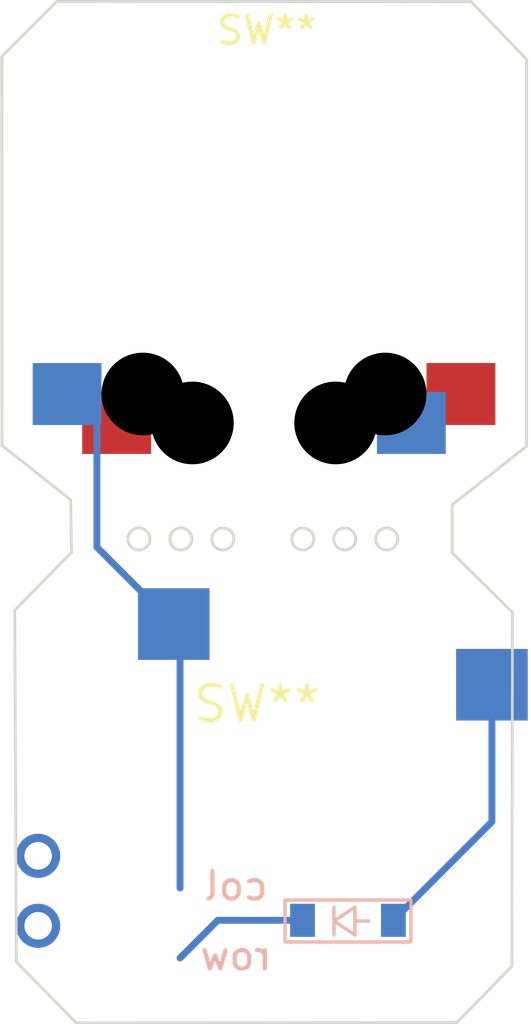
<source format=kicad_pcb>
(kicad_pcb (version 20211014) (generator pcbnew)
  (layers (0 "F.Cu" signal) (31 "B.Cu" signal) (34 "B.Paste" user) (35 "F.Paste" user) (36 "B.SilkS" user "B.Silkscreen") (37 "F.SilkS" user "F.Silkscreen") (38 "B.Mask" user) (39 "F.Mask" user) (44 "Edge.Cuts" user))
  (net 0 "")
  (footprint "mylib:Kailh_Choc_Hotplug_standalone" (layer "F.Cu") (at 113 86)
    (fp_text reference "SW**" (at -0.254 -3.048) (layer "F.SilkS") (effects (font (size 1.27 1.27))))
    (fp_text value "Val**" hide)
    (fp_text user "row" (at -1.016 6.096 unlocked) (layer "B.SilkS") (effects (justify mirror)))
    (fp_text user "col" (at -1.016 3.556 unlocked) (layer "B.SilkS") (effects (justify mirror)))
    (fp_line (start 3.302 4.318) (end 3.302 5.334) (layer "B.SilkS") (width 0.12))
    (fp_line (start 2.54 4.826) (end 3.302 4.318) (layer "B.SilkS") (width 0.12))
    (fp_line (start 2.54 4.318) (end 2.54 5.334) (layer "B.SilkS") (width 0.12))
    (fp_line (start 3.302 4.826) (end 3.81 4.826) (layer "B.SilkS") (width 0.12))
    (fp_line (start 3.302 5.334) (end 2.54 4.826) (layer "B.SilkS") (width 0.12))
    (fp_rect (start 0.762 4.064) (end 5.334 5.588) (layer "B.SilkS") (width 0.12) (fill none))
    (pad "" np_thru_hole circle (at 5 -3.75 30) (size 3 3) (drill 3) (layers *.Cu *.Mask))
    (pad "" np_thru_hole circle (at -5.5 0 30) (size 1.7018 1.7018) (drill 1.7018) (layers *.Cu *.Mask))
    (pad "" np_thru_hole circle (at 0 -5.95 30) (size 3 3) (drill 3) (layers *.Cu *.Mask))
    (pad "" np_thru_hole circle (at 0 0 30) (size 3.429 3.429) (drill 3.429) (layers *.Cu *.Mask))
    (pad "" smd rect (at 1.398 4.8) (size 0.9 1.2) (layers "B.Cu" "B.Mask"))
    (pad "" smd rect (at 4.698 4.8) (size 0.9 1.2) (layers "B.Cu" "B.Mask"))
    (pad "" np_thru_hole circle (at 5.5 0 30) (size 1.7018 1.7018) (drill 1.7018) (layers *.Cu *.Mask))
    (pad "" np_thru_hole circle (at 0 -5.95 30) (size 3 3) (drill 3) (layers *.Cu *.Mask))
    (pad "1" smd rect (at -3.275 -5.95) (size 2.6 2.6) (layers "B.Cu" "B.Mask"))
    (pad "1" thru_hole circle (at -8.2 2.46) (size 1.6 1.6) (drill 1) (layers *.Cu *.Mask))
    (pad "2" smd rect (at 8.275 -3.75) (size 2.6 2.6) (layers "B.Cu" "B.Mask"))
    (pad "2" thru_hole circle (at -8.2 5) (size 1.6 1.6) (drill 1) (layers *.Cu *.Mask))
  )
  (footprint "mylib:gateron-ks27-reversible-hotplug" (layer "F.Cu") (at 113 67)
    (fp_text reference "SW**" (at 0.1 -8.5 unlocked) (layer "F.SilkS"))
    (fp_text value "SW_Push")
    (pad "" np_thru_hole circle (at 0 0) (size 4.95 4.95) (drill 4.95) (layers F&B.Cu *.Mask))
    (pad "" np_thru_hole circle (at -2.6 5.75) (size 3 3) (drill 3) (layers *.Mask))
    (pad "" np_thru_hole circle (at 4.4 4.7) (size 3 3) (drill 3) (layers *.Mask))
    (pad "" np_thru_hole circle (at 2.6 5.75) (size 3 3) (drill 3) (layers *.Mask))
    (pad "" np_thru_hole circle (at -4.4 4.7) (size 3 3) (drill 3) (layers *.Mask))
    (pad "1" smd rect (at 5.35 5.75) (size 2.5 2.25) (layers "B.Cu" "B.Mask"))
    (pad "1" smd rect (at -5.35 5.75) (size 2.5 2.25) (layers "F.Cu" "F.Mask"))
    (pad "2" smd rect (at -7.15 4.7) (size 2.5 2.25) (layers "B.Cu" "B.Mask"))
    (pad "2" smd rect (at 7.15 4.7) (size 2.5 2.25) (layers "F.Cu" "F.Mask"))
  )
  (gr_circle (center 117.456 76.962) (end 117.856 76.962) (layer "Edge.Cuts") (width 0.1) (fill none))
  (gr_line (start 103.49 73.57) (end 105.98 75.54) (layer "Edge.Cuts") (width 0.1))
  (gr_line (start 119.83 75.72) (end 122.53 73.6) (layer "Edge.Cuts") (width 0.1))
  (gr_line (start 120 94.51) (end 122 92.47) (layer "Edge.Cuts") (width 0.1))
  (gr_line (start 104.01 92.31) (end 106.18 94.52) (layer "Edge.Cuts") (width 0.1))
  (gr_circle (center 109.982 76.962) (end 110.382 76.962) (layer "Edge.Cuts") (width 0.1) (fill none))
  (gr_line (start 103.95 79.55) (end 104.01 92.31) (layer "Edge.Cuts") (width 0.1))
  (gr_line (start 122.53 59.55) (end 120.52 57.46) (layer "Edge.Cuts") (width 0.1))
  (gr_line (start 120.52 57.46) (end 105.48 57.45) (layer "Edge.Cuts") (width 0.1))
  (gr_line (start 106.01 77.45) (end 103.95 79.55) (layer "Edge.Cuts") (width 0.1))
  (gr_circle (center 114.408 76.962) (end 114.808 76.962) (layer "Edge.Cuts") (width 0.1) (fill none))
  (gr_circle (center 108.458 76.962) (end 108.858 76.962) (layer "Edge.Cuts") (width 0.1) (fill none))
  (gr_line (start 105.98 75.54) (end 106.01 77.45) (layer "Edge.Cuts") (width 0.1))
  (gr_line (start 106.18 94.52) (end 120 94.51) (layer "Edge.Cuts") (width 0.1))
  (gr_line (start 103.48 59.45) (end 103.49 73.57) (layer "Edge.Cuts") (width 0.1))
  (gr_circle (center 115.932 76.962) (end 116.332 76.962) (layer "Edge.Cuts") (width 0.1) (fill none))
  (gr_line (start 122 92.47) (end 122.02 79.63) (layer "Edge.Cuts") (width 0.1))
  (gr_circle (center 111.506 76.962) (end 111.906 76.962) (layer "Edge.Cuts") (width 0.1) (fill none))
  (gr_line (start 122.02 79.63) (end 119.83 77.46) (layer "Edge.Cuts") (width 0.1))
  (gr_line (start 122.53 73.6) (end 122.53 59.55) (layer "Edge.Cuts") (width 0.1))
  (gr_line (start 119.83 77.46) (end 119.83 75.72) (layer "Edge.Cuts") (width 0.1))
  (gr_line (start 105.48 57.45) (end 103.48 59.45) (layer "Edge.Cuts") (width 0.1))
  (segment (start 109.952 89.63) (end 109.952 80.277) (width 0.25) (layer "B.Cu") (net 0))
  (segment (start 109.725 80.05) (end 106.934 77.259) (width 0.25) (layer "B.Cu") (net 0))
  (segment (start 114.398 90.8) (end 111.322 90.8) (width 0.25) (layer "B.Cu") (net 0))
  (segment (start 106.934 72.784) (end 105.85 71.7) (width 0.25) (layer "B.Cu") (net 0))
  (segment (start 121.275 87.223) (end 117.698 90.8) (width 0.25) (layer "B.Cu") (net 0))
  (segment (start 109.952 80.277) (end 109.725 80.05) (width 0.25) (layer "B.Cu") (net 0))
  (segment (start 111.322 90.8) (end 109.952 92.17) (width 0.25) (layer "B.Cu") (net 0))
  (segment (start 106.934 77.259) (end 106.934 72.784) (width 0.25) (layer "B.Cu") (net 0))
  (segment (start 121.275 82.25) (end 121.275 87.223) (width 0.25) (layer "B.Cu") (net 0))
)
</source>
